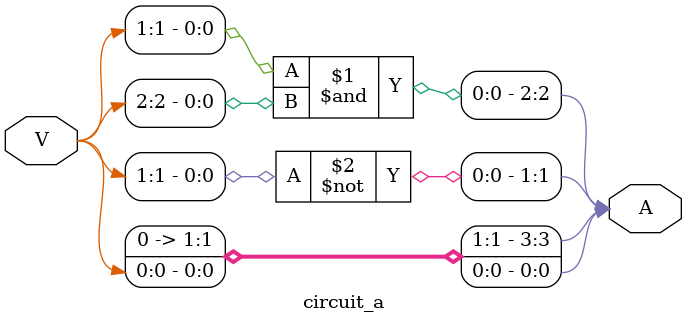
<source format=v>
module part2(SW, HEX1, HEX0);
   input [3:0] SW;
   output [6:0] HEX1, HEX0;
	
	wire Z;
	wire [3:0] A, C1, C0;
	
	compare_9 gen_z(SW[3:0], Z);
	assign C1[0] = Z;
	assign C1[3:1] = 3'b000;
	
	circuit_a gen_A(SW[3:0], A);
	
	mux_4bit_2to1 choose(Z, SW[3:0], A, C0);
	
	binary_7seg d1(C1, HEX1);
	binary_7seg d0(C0, HEX0);

endmodule 

module binary_7seg ( C, Display);
   input [3:0] C;
   output [6:0] Display;
   assign Display[0] = (~C[3] & ~C[2] & ~C[1] & C[0]) | (C[2] & ~C[1] & ~C[0]);
   assign Display[1] = (C[2] & ~C[1] & C[0]) | (C[2] & C[1] & ~C[0]);
   assign Display[2] = ~C[2] & C[1] & ~C[0];
   assign Display[3] = (~C[2] & ~C[1] & C[0]) | (C[2] & ~C[1] & ~C[0]) | (C[2] & C[1] & C[0]);
   assign Display[4] = C[0] | (~C[1] & C[2]);
   assign Display[5] = (C[1] & C[0]) | (C[0] & ~C[2] & ~C[3]) | (C[1] & ~C[0] & ~C[2]);
   assign Display[6] = (~C[1] & ~C[2] & ~C[3]) | (C[1] & C[0] & C[2]);
endmodule // binary_7seg

module compare_9 (V,Z);
	input [3:0] V;
	output Z;
	assign Z = (V[2] & V[3]) | (V[1] & V[3]);
endmodule //compare if V is greater than 9

//4-bit wide 2 to 1 mux
module mux_4bit_2to1 (S, U, V, M);
	input [3:0] U, V;
	input S;
	output [3:0] M;
	
	assign M[0] = (~S & U[0]) | (S & V[0]);
	assign M[1] = (~S & U[1]) | (S & V[1]);
	assign M[2] = (~S & U[2]) | (S & V[2]);
	assign M[3] = (~S & U[3]) | (S & V[3]);
endmodule 

//Circuit A
module circuit_a (V, A);
	input [3:0] V;
	output [3:0] A;
	
	assign A[3] = 1'b0;
	assign A[2] = V[1] & V[2];
	assign A[1] = ~V[1];
	assign A[0] = V[0];
	
endmodule 
</source>
